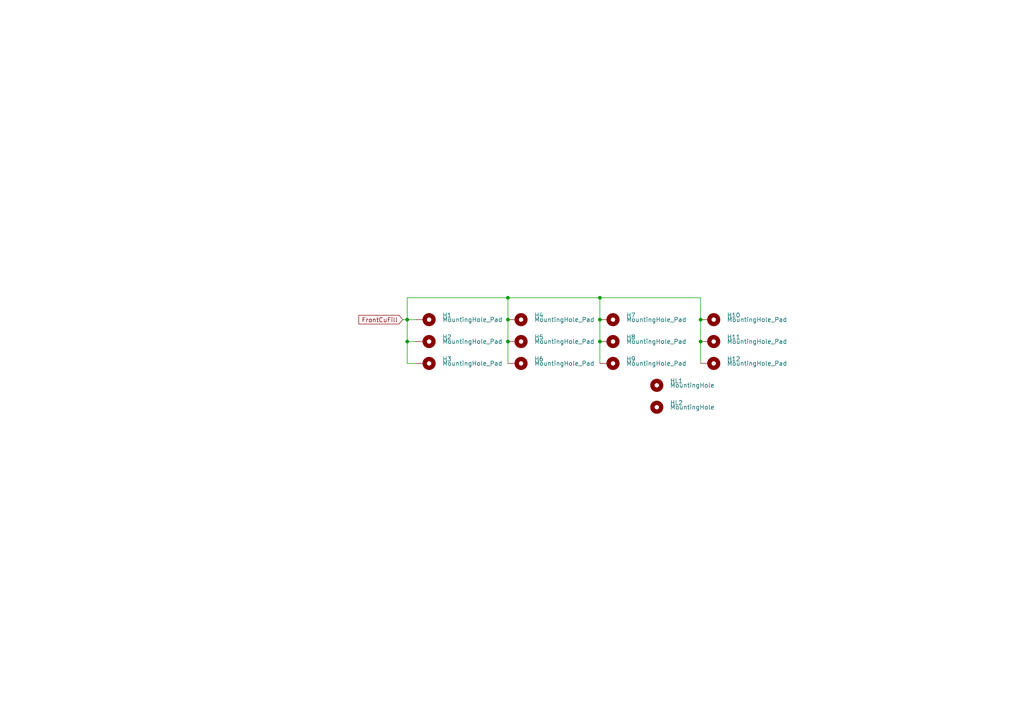
<source format=kicad_sch>
(kicad_sch (version 20200618) (host eeschema "(5.99.0-2195-g476558ece)")
  (page 1 1)
  (paper "A4")
  (lib_symbols
    (symbol "Mechanical:MountingHole"
      (property "Reference" "H" (at 0 5.08 0))
      (property "Value" "MountingHole" (at 0 3.175 0))
      (symbol "MountingHole_0_1"
        (circle (center 0 0) (radius 1.27) (stroke (width 1.27)))
      )
    )
    (symbol "Mechanical:MountingHole_Pad" (pin_numbers hide) (pin_names hide)
      (property "Reference" "H" (at 0 6.35 0))
      (property "Value" "MountingHole_Pad" (at 0 4.445 0))
      (symbol "MountingHole_Pad_0_1"
        (circle (center 0 1.27) (radius 1.27) (stroke (width 1.27)))
      )
      (symbol "MountingHole_Pad_1_1"
        (pin input line (at 0 -2.54 90) (length 2.54) (name "1") (number "1"))
      )
    )
  )
  (junction (at 118.11 92.71))
  (junction (at 118.11 99.06))
  (junction (at 147.32 86.36))
  (junction (at 147.32 92.71))
  (junction (at 147.32 99.06))
  (junction (at 173.99 86.36))
  (junction (at 173.99 92.71))
  (junction (at 173.99 99.06))
  (junction (at 203.2 92.71))
  (junction (at 203.2 99.06))
  (wire (pts (xy 116.84 92.71) (xy 118.11 92.71)))
  (wire (pts (xy 118.11 86.36) (xy 147.32 86.36)))
  (wire (pts (xy 118.11 92.71) (xy 118.11 86.36)))
  (wire (pts (xy 118.11 92.71) (xy 120.65 92.71)))
  (wire (pts (xy 118.11 99.06) (xy 118.11 92.71)))
  (wire (pts (xy 118.11 105.41) (xy 118.11 99.06)))
  (wire (pts (xy 120.65 99.06) (xy 118.11 99.06)) (stroke (width 0.1524)))
  (wire (pts (xy 120.65 105.41) (xy 118.11 105.41)))
  (wire (pts (xy 147.32 86.36) (xy 147.32 92.71)))
  (wire (pts (xy 147.32 86.36) (xy 173.99 86.36)))
  (wire (pts (xy 147.32 92.71) (xy 147.32 99.06)))
  (wire (pts (xy 147.32 99.06) (xy 147.32 105.41)))
  (wire (pts (xy 173.99 86.36) (xy 173.99 92.71)))
  (wire (pts (xy 173.99 86.36) (xy 203.2 86.36)))
  (wire (pts (xy 173.99 92.71) (xy 173.99 99.06)))
  (wire (pts (xy 173.99 99.06) (xy 173.99 105.41)))
  (wire (pts (xy 203.2 86.36) (xy 203.2 92.71)))
  (wire (pts (xy 203.2 92.71) (xy 203.2 99.06)))
  (wire (pts (xy 203.2 99.06) (xy 203.2 105.41)))
  (global_label "FrontCuFill" (shape input) (at 116.84 92.71 180))
  (symbol (lib_id "Mechanical:MountingHole") (at 190.5 111.76 0) (unit 1)
    (property "Reference" "HL1" (at 194.31 110.49 0) (effects (justify left)))
    (property "Value" "MountingHole" (at 194.31 111.76 0) (effects (justify left)))
    (property "Footprint" "BostonStreets:boston-streets" (effects hide))
  )
  (symbol (lib_id "Mechanical:MountingHole") (at 190.5 118.11 0) (unit 1)
    (property "Reference" "HL2" (at 194.31 116.84 0) (effects (justify left)))
    (property "Value" "MountingHole" (at 194.31 118.11 0) (effects (justify left)))
    (property "Footprint" "BostonStreets:boston-streets-CU" (effects hide))
  )
  (symbol (lib_id "Mechanical:MountingHole_Pad") (at 123.19 92.71 270) (unit 1)
    (property "Reference" "H1" (at 128.27 91.44 90) (effects (justify left)))
    (property "Value" "MountingHole_Pad" (at 128.27 92.71 90) (effects (justify left)))
    (property "Footprint" "MountingHole:MountingHole_3.2mm_M3_ISO7380_Pad" (effects hide))
  )
  (symbol (lib_id "Mechanical:MountingHole_Pad") (at 123.19 99.06 270) (unit 1)
    (property "Reference" "H2" (at 128.27 97.79 90) (effects (justify left)))
    (property "Value" "MountingHole_Pad" (at 128.27 99.06 90) (effects (justify left)))
    (property "Footprint" "MountingHole:MountingHole_3.2mm_M3_ISO7380_Pad" (effects hide))
  )
  (symbol (lib_id "Mechanical:MountingHole_Pad") (at 123.19 105.41 270) (unit 1)
    (property "Reference" "H3" (at 128.27 104.14 90) (effects (justify left)))
    (property "Value" "MountingHole_Pad" (at 128.27 105.41 90) (effects (justify left)))
    (property "Footprint" "MountingHole:MountingHole_3.2mm_M3_ISO7380_Pad" (effects hide))
  )
  (symbol (lib_id "Mechanical:MountingHole_Pad") (at 149.86 92.71 270) (unit 1)
    (property "Reference" "H4" (at 154.94 91.44 90) (effects (justify left)))
    (property "Value" "MountingHole_Pad" (at 154.94 92.71 90) (effects (justify left)))
    (property "Footprint" "MountingHole:MountingHole_3.2mm_M3_ISO7380_Pad" (effects hide))
  )
  (symbol (lib_id "Mechanical:MountingHole_Pad") (at 149.86 99.06 270) (unit 1)
    (property "Reference" "H5" (at 154.94 97.79 90) (effects (justify left)))
    (property "Value" "MountingHole_Pad" (at 154.94 99.06 90) (effects (justify left)))
    (property "Footprint" "MountingHole:MountingHole_3.2mm_M3_ISO7380_Pad" (effects hide))
  )
  (symbol (lib_id "Mechanical:MountingHole_Pad") (at 149.86 105.41 270) (unit 1)
    (property "Reference" "H6" (at 154.94 104.14 90) (effects (justify left)))
    (property "Value" "MountingHole_Pad" (at 154.94 105.41 90) (effects (justify left)))
    (property "Footprint" "MountingHole:MountingHole_3.2mm_M3_ISO7380_Pad" (effects hide))
  )
  (symbol (lib_id "Mechanical:MountingHole_Pad") (at 176.53 92.71 270) (unit 1)
    (property "Reference" "H7" (at 181.61 91.44 90) (effects (justify left)))
    (property "Value" "MountingHole_Pad" (at 181.61 92.71 90) (effects (justify left)))
    (property "Footprint" "MountingHole:MountingHole_3.2mm_M3_ISO7380_Pad" (effects hide))
  )
  (symbol (lib_id "Mechanical:MountingHole_Pad") (at 176.53 99.06 270) (unit 1)
    (property "Reference" "H8" (at 181.61 97.79 90) (effects (justify left)))
    (property "Value" "MountingHole_Pad" (at 181.61 99.06 90) (effects (justify left)))
    (property "Footprint" "MountingHole:MountingHole_3.2mm_M3_ISO7380_Pad" (effects hide))
  )
  (symbol (lib_id "Mechanical:MountingHole_Pad") (at 176.53 105.41 270) (unit 1)
    (property "Reference" "H9" (at 181.61 104.14 90) (effects (justify left)))
    (property "Value" "MountingHole_Pad" (at 181.61 105.41 90) (effects (justify left)))
    (property "Footprint" "MountingHole:MountingHole_3.2mm_M3_ISO7380_Pad" (effects hide))
  )
  (symbol (lib_id "Mechanical:MountingHole_Pad") (at 205.74 92.71 270) (unit 1)
    (property "Reference" "H10" (at 210.82 91.44 90) (effects (justify left)))
    (property "Value" "MountingHole_Pad" (at 210.82 92.71 90) (effects (justify left)))
    (property "Footprint" "MountingHole:MountingHole_3.2mm_M3_ISO7380_Pad" (effects hide))
  )
  (symbol (lib_id "Mechanical:MountingHole_Pad") (at 205.74 99.06 270) (unit 1)
    (property "Reference" "H11" (at 210.82 97.79 90) (effects (justify left)))
    (property "Value" "MountingHole_Pad" (at 210.82 99.06 90) (effects (justify left)))
    (property "Footprint" "MountingHole:MountingHole_3.2mm_M3_ISO7380_Pad" (effects hide))
  )
  (symbol (lib_id "Mechanical:MountingHole_Pad") (at 205.74 105.41 270) (unit 1)
    (property "Reference" "H12" (at 210.82 104.14 90) (effects (justify left)))
    (property "Value" "MountingHole_Pad" (at 210.82 105.41 90) (effects (justify left)))
    (property "Footprint" "MountingHole:MountingHole_3.2mm_M3_ISO7380_Pad" (effects hide))
  )
)
</source>
